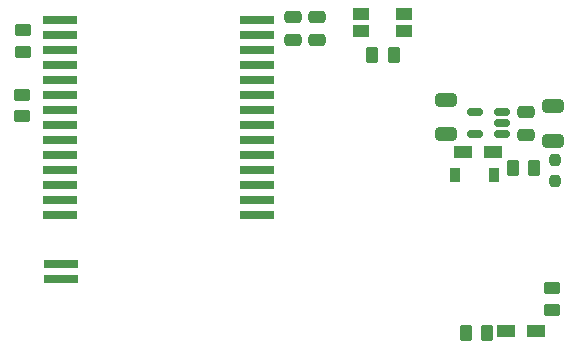
<source format=gbr>
%TF.GenerationSoftware,KiCad,Pcbnew,6.0.0-d3dd2cf0fa~116~ubuntu20.04.1*%
%TF.CreationDate,2022-01-05T21:30:44+00:00*%
%TF.ProjectId,opizero2_cc2652p,6f70697a-6572-46f3-925f-636332363532,rev?*%
%TF.SameCoordinates,Original*%
%TF.FileFunction,Paste,Top*%
%TF.FilePolarity,Positive*%
%FSLAX46Y46*%
G04 Gerber Fmt 4.6, Leading zero omitted, Abs format (unit mm)*
G04 Created by KiCad (PCBNEW 6.0.0-d3dd2cf0fa~116~ubuntu20.04.1) date 2022-01-05 21:30:44*
%MOMM*%
%LPD*%
G01*
G04 APERTURE LIST*
G04 Aperture macros list*
%AMRoundRect*
0 Rectangle with rounded corners*
0 $1 Rounding radius*
0 $2 $3 $4 $5 $6 $7 $8 $9 X,Y pos of 4 corners*
0 Add a 4 corners polygon primitive as box body*
4,1,4,$2,$3,$4,$5,$6,$7,$8,$9,$2,$3,0*
0 Add four circle primitives for the rounded corners*
1,1,$1+$1,$2,$3*
1,1,$1+$1,$4,$5*
1,1,$1+$1,$6,$7*
1,1,$1+$1,$8,$9*
0 Add four rect primitives between the rounded corners*
20,1,$1+$1,$2,$3,$4,$5,0*
20,1,$1+$1,$4,$5,$6,$7,0*
20,1,$1+$1,$6,$7,$8,$9,0*
20,1,$1+$1,$8,$9,$2,$3,0*%
G04 Aperture macros list end*
%ADD10R,1.400000X1.050000*%
%ADD11RoundRect,0.250000X0.262500X0.450000X-0.262500X0.450000X-0.262500X-0.450000X0.262500X-0.450000X0*%
%ADD12RoundRect,0.250000X0.650000X-0.325000X0.650000X0.325000X-0.650000X0.325000X-0.650000X-0.325000X0*%
%ADD13R,3.000000X0.800000*%
%ADD14RoundRect,0.250000X-0.450000X0.262500X-0.450000X-0.262500X0.450000X-0.262500X0.450000X0.262500X0*%
%ADD15RoundRect,0.250000X0.450000X-0.262500X0.450000X0.262500X-0.450000X0.262500X-0.450000X-0.262500X0*%
%ADD16R,0.914400X1.219200*%
%ADD17R,1.500000X1.000000*%
%ADD18RoundRect,0.250000X0.475000X-0.250000X0.475000X0.250000X-0.475000X0.250000X-0.475000X-0.250000X0*%
%ADD19RoundRect,0.150000X0.512500X0.150000X-0.512500X0.150000X-0.512500X-0.150000X0.512500X-0.150000X0*%
%ADD20RoundRect,0.237500X0.237500X-0.250000X0.237500X0.250000X-0.237500X0.250000X-0.237500X-0.250000X0*%
G04 APERTURE END LIST*
D10*
%TO.C,SW1*%
X156910000Y-84990000D03*
X160510000Y-84990000D03*
X156910000Y-86440000D03*
X160510000Y-86440000D03*
%TD*%
D11*
%TO.C,R1*%
X159662500Y-88430000D03*
X157837500Y-88430000D03*
%TD*%
D12*
%TO.C,C3*%
X164084000Y-95201000D03*
X164084000Y-92251000D03*
%TD*%
D13*
%TO.C,U2*%
X148073500Y-101984500D03*
X148073500Y-100714500D03*
X148073500Y-99444500D03*
X148073500Y-98174500D03*
X148073500Y-96904500D03*
X148073500Y-95634500D03*
X148073500Y-94364500D03*
X148073500Y-93094500D03*
X148073500Y-91824500D03*
X148073500Y-90554500D03*
X148073500Y-89284500D03*
X148073500Y-88014500D03*
X148073500Y-86744500D03*
X148073500Y-85474500D03*
X131426500Y-85474500D03*
X131426500Y-86744500D03*
X131426500Y-88014500D03*
X131426500Y-89284500D03*
X131436500Y-90554500D03*
X131436500Y-91824500D03*
X131436500Y-93094500D03*
X131436500Y-94364500D03*
X131436500Y-95634500D03*
X131436500Y-96904500D03*
X131436500Y-98174500D03*
X131436500Y-99444500D03*
X131436500Y-100714500D03*
X131436500Y-101984500D03*
X131441500Y-106206500D03*
X131441500Y-107470900D03*
%TD*%
D11*
%TO.C,R6*%
X167572500Y-112040000D03*
X165747500Y-112040000D03*
%TD*%
D14*
%TO.C,R5*%
X128180000Y-91837500D03*
X128180000Y-93662500D03*
%TD*%
D15*
%TO.C,R4*%
X128240000Y-88202500D03*
X128240000Y-86377500D03*
%TD*%
D14*
%TO.C,R3*%
X173050000Y-108237500D03*
X173050000Y-110062500D03*
%TD*%
D11*
%TO.C,R2*%
X171562500Y-98000000D03*
X169737500Y-98000000D03*
%TD*%
D16*
%TO.C,D2*%
X164851700Y-98630000D03*
X168128300Y-98630000D03*
%TD*%
D17*
%TO.C,D1*%
X168025000Y-96650000D03*
X165525000Y-96650000D03*
%TD*%
D18*
%TO.C,C2*%
X170875000Y-95225000D03*
X170875000Y-93325000D03*
%TD*%
D19*
%TO.C,U1*%
X168777500Y-95184000D03*
X168777500Y-94234000D03*
X168777500Y-93284000D03*
X166502500Y-93284000D03*
X166502500Y-95184000D03*
%TD*%
D18*
%TO.C,C4*%
X153150000Y-87175000D03*
X153150000Y-85275000D03*
%TD*%
D20*
%TO.C,FB1*%
X173310000Y-99172500D03*
X173310000Y-97347500D03*
%TD*%
D17*
%TO.C,D3*%
X169184000Y-111825000D03*
X171684000Y-111825000D03*
%TD*%
D18*
%TO.C,C5*%
X151100000Y-87175000D03*
X151100000Y-85275000D03*
%TD*%
D12*
%TO.C,C1*%
X173100000Y-95765000D03*
X173100000Y-92815000D03*
%TD*%
M02*

</source>
